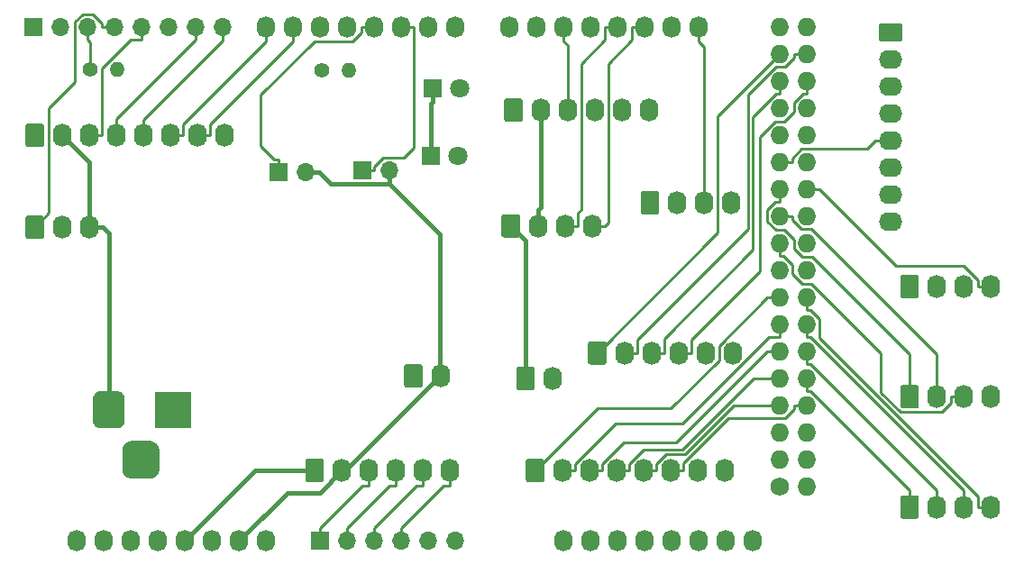
<source format=gbr>
G04 #@! TF.GenerationSoftware,KiCad,Pcbnew,(5.1.5-0-10_14)*
G04 #@! TF.CreationDate,2021-10-24T14:58:30+10:00*
G04 #@! TF.ProjectId,Hornet Forward Output Shield,486f726e-6574-4204-966f-727761726420,rev?*
G04 #@! TF.SameCoordinates,Original*
G04 #@! TF.FileFunction,Copper,L2,Bot*
G04 #@! TF.FilePolarity,Positive*
%FSLAX46Y46*%
G04 Gerber Fmt 4.6, Leading zero omitted, Abs format (unit mm)*
G04 Created by KiCad (PCBNEW (5.1.5-0-10_14)) date 2021-10-24 14:58:30*
%MOMM*%
%LPD*%
G04 APERTURE LIST*
%ADD10O,1.740000X2.200000*%
%ADD11C,0.100000*%
%ADD12R,3.500000X3.500000*%
%ADD13O,1.700000X1.700000*%
%ADD14R,1.700000X1.700000*%
%ADD15O,2.200000X1.740000*%
%ADD16C,1.400000*%
%ADD17O,1.400000X1.400000*%
%ADD18C,1.800000*%
%ADD19R,1.800000X1.800000*%
%ADD20C,1.727200*%
%ADD21O,1.727200X1.727200*%
%ADD22O,1.727200X2.032000*%
%ADD23C,0.450000*%
%ADD24C,0.250000*%
G04 APERTURE END LIST*
D10*
X166370000Y-112522000D03*
X163830000Y-112522000D03*
X161290000Y-112522000D03*
X158750000Y-112522000D03*
X156210000Y-112522000D03*
G04 #@! TA.AperFunction,ComponentPad*
D11*
G36*
X154314505Y-111423204D02*
G01*
X154338773Y-111426804D01*
X154362572Y-111432765D01*
X154385671Y-111441030D01*
X154407850Y-111451520D01*
X154428893Y-111464132D01*
X154448599Y-111478747D01*
X154466777Y-111495223D01*
X154483253Y-111513401D01*
X154497868Y-111533107D01*
X154510480Y-111554150D01*
X154520970Y-111576329D01*
X154529235Y-111599428D01*
X154535196Y-111623227D01*
X154538796Y-111647495D01*
X154540000Y-111671999D01*
X154540000Y-113372001D01*
X154538796Y-113396505D01*
X154535196Y-113420773D01*
X154529235Y-113444572D01*
X154520970Y-113467671D01*
X154510480Y-113489850D01*
X154497868Y-113510893D01*
X154483253Y-113530599D01*
X154466777Y-113548777D01*
X154448599Y-113565253D01*
X154428893Y-113579868D01*
X154407850Y-113592480D01*
X154385671Y-113602970D01*
X154362572Y-113611235D01*
X154338773Y-113617196D01*
X154314505Y-113620796D01*
X154290001Y-113622000D01*
X153049999Y-113622000D01*
X153025495Y-113620796D01*
X153001227Y-113617196D01*
X152977428Y-113611235D01*
X152954329Y-113602970D01*
X152932150Y-113592480D01*
X152911107Y-113579868D01*
X152891401Y-113565253D01*
X152873223Y-113548777D01*
X152856747Y-113530599D01*
X152842132Y-113510893D01*
X152829520Y-113489850D01*
X152819030Y-113467671D01*
X152810765Y-113444572D01*
X152804804Y-113420773D01*
X152801204Y-113396505D01*
X152800000Y-113372001D01*
X152800000Y-111671999D01*
X152801204Y-111647495D01*
X152804804Y-111623227D01*
X152810765Y-111599428D01*
X152819030Y-111576329D01*
X152829520Y-111554150D01*
X152842132Y-111533107D01*
X152856747Y-111513401D01*
X152873223Y-111495223D01*
X152891401Y-111478747D01*
X152911107Y-111464132D01*
X152932150Y-111451520D01*
X152954329Y-111441030D01*
X152977428Y-111432765D01*
X153001227Y-111426804D01*
X153025495Y-111423204D01*
X153049999Y-111422000D01*
X154290001Y-111422000D01*
X154314505Y-111423204D01*
G37*
G04 #@! TD.AperFunction*
D10*
X165481000Y-103632000D03*
G04 #@! TA.AperFunction,ComponentPad*
D11*
G36*
X163585505Y-102533204D02*
G01*
X163609773Y-102536804D01*
X163633572Y-102542765D01*
X163656671Y-102551030D01*
X163678850Y-102561520D01*
X163699893Y-102574132D01*
X163719599Y-102588747D01*
X163737777Y-102605223D01*
X163754253Y-102623401D01*
X163768868Y-102643107D01*
X163781480Y-102664150D01*
X163791970Y-102686329D01*
X163800235Y-102709428D01*
X163806196Y-102733227D01*
X163809796Y-102757495D01*
X163811000Y-102781999D01*
X163811000Y-104482001D01*
X163809796Y-104506505D01*
X163806196Y-104530773D01*
X163800235Y-104554572D01*
X163791970Y-104577671D01*
X163781480Y-104599850D01*
X163768868Y-104620893D01*
X163754253Y-104640599D01*
X163737777Y-104658777D01*
X163719599Y-104675253D01*
X163699893Y-104689868D01*
X163678850Y-104702480D01*
X163656671Y-104712970D01*
X163633572Y-104721235D01*
X163609773Y-104727196D01*
X163585505Y-104730796D01*
X163561001Y-104732000D01*
X162320999Y-104732000D01*
X162296495Y-104730796D01*
X162272227Y-104727196D01*
X162248428Y-104721235D01*
X162225329Y-104712970D01*
X162203150Y-104702480D01*
X162182107Y-104689868D01*
X162162401Y-104675253D01*
X162144223Y-104658777D01*
X162127747Y-104640599D01*
X162113132Y-104620893D01*
X162100520Y-104599850D01*
X162090030Y-104577671D01*
X162081765Y-104554572D01*
X162075804Y-104530773D01*
X162072204Y-104506505D01*
X162071000Y-104482001D01*
X162071000Y-102781999D01*
X162072204Y-102757495D01*
X162075804Y-102733227D01*
X162081765Y-102709428D01*
X162090030Y-102686329D01*
X162100520Y-102664150D01*
X162113132Y-102643107D01*
X162127747Y-102623401D01*
X162144223Y-102605223D01*
X162162401Y-102588747D01*
X162182107Y-102574132D01*
X162203150Y-102561520D01*
X162225329Y-102551030D01*
X162248428Y-102542765D01*
X162272227Y-102536804D01*
X162296495Y-102533204D01*
X162320999Y-102532000D01*
X163561001Y-102532000D01*
X163585505Y-102533204D01*
G37*
G04 #@! TD.AperFunction*
D10*
X145161000Y-81026000D03*
X142621000Y-81026000D03*
X140081000Y-81026000D03*
X137541000Y-81026000D03*
X135001000Y-81026000D03*
X132461000Y-81026000D03*
X129921000Y-81026000D03*
G04 #@! TA.AperFunction,ComponentPad*
D11*
G36*
X128025505Y-79927204D02*
G01*
X128049773Y-79930804D01*
X128073572Y-79936765D01*
X128096671Y-79945030D01*
X128118850Y-79955520D01*
X128139893Y-79968132D01*
X128159599Y-79982747D01*
X128177777Y-79999223D01*
X128194253Y-80017401D01*
X128208868Y-80037107D01*
X128221480Y-80058150D01*
X128231970Y-80080329D01*
X128240235Y-80103428D01*
X128246196Y-80127227D01*
X128249796Y-80151495D01*
X128251000Y-80175999D01*
X128251000Y-81876001D01*
X128249796Y-81900505D01*
X128246196Y-81924773D01*
X128240235Y-81948572D01*
X128231970Y-81971671D01*
X128221480Y-81993850D01*
X128208868Y-82014893D01*
X128194253Y-82034599D01*
X128177777Y-82052777D01*
X128159599Y-82069253D01*
X128139893Y-82083868D01*
X128118850Y-82096480D01*
X128096671Y-82106970D01*
X128073572Y-82115235D01*
X128049773Y-82121196D01*
X128025505Y-82124796D01*
X128001001Y-82126000D01*
X126760999Y-82126000D01*
X126736495Y-82124796D01*
X126712227Y-82121196D01*
X126688428Y-82115235D01*
X126665329Y-82106970D01*
X126643150Y-82096480D01*
X126622107Y-82083868D01*
X126602401Y-82069253D01*
X126584223Y-82052777D01*
X126567747Y-82034599D01*
X126553132Y-82014893D01*
X126540520Y-81993850D01*
X126530030Y-81971671D01*
X126521765Y-81948572D01*
X126515804Y-81924773D01*
X126512204Y-81900505D01*
X126511000Y-81876001D01*
X126511000Y-80175999D01*
X126512204Y-80151495D01*
X126515804Y-80127227D01*
X126521765Y-80103428D01*
X126530030Y-80080329D01*
X126540520Y-80058150D01*
X126553132Y-80037107D01*
X126567747Y-80017401D01*
X126584223Y-79999223D01*
X126602401Y-79982747D01*
X126622107Y-79968132D01*
X126643150Y-79955520D01*
X126665329Y-79945030D01*
X126688428Y-79936765D01*
X126712227Y-79930804D01*
X126736495Y-79927204D01*
X126760999Y-79926000D01*
X128001001Y-79926000D01*
X128025505Y-79927204D01*
G37*
G04 #@! TD.AperFunction*
G04 #@! TA.AperFunction,ComponentPad*
G36*
X138295765Y-109761213D02*
G01*
X138380704Y-109773813D01*
X138463999Y-109794677D01*
X138544848Y-109823605D01*
X138622472Y-109860319D01*
X138696124Y-109904464D01*
X138765094Y-109955616D01*
X138828718Y-110013282D01*
X138886384Y-110076906D01*
X138937536Y-110145876D01*
X138981681Y-110219528D01*
X139018395Y-110297152D01*
X139047323Y-110378001D01*
X139068187Y-110461296D01*
X139080787Y-110546235D01*
X139085000Y-110632000D01*
X139085000Y-112382000D01*
X139080787Y-112467765D01*
X139068187Y-112552704D01*
X139047323Y-112635999D01*
X139018395Y-112716848D01*
X138981681Y-112794472D01*
X138937536Y-112868124D01*
X138886384Y-112937094D01*
X138828718Y-113000718D01*
X138765094Y-113058384D01*
X138696124Y-113109536D01*
X138622472Y-113153681D01*
X138544848Y-113190395D01*
X138463999Y-113219323D01*
X138380704Y-113240187D01*
X138295765Y-113252787D01*
X138210000Y-113257000D01*
X136460000Y-113257000D01*
X136374235Y-113252787D01*
X136289296Y-113240187D01*
X136206001Y-113219323D01*
X136125152Y-113190395D01*
X136047528Y-113153681D01*
X135973876Y-113109536D01*
X135904906Y-113058384D01*
X135841282Y-113000718D01*
X135783616Y-112937094D01*
X135732464Y-112868124D01*
X135688319Y-112794472D01*
X135651605Y-112716848D01*
X135622677Y-112635999D01*
X135601813Y-112552704D01*
X135589213Y-112467765D01*
X135585000Y-112382000D01*
X135585000Y-110632000D01*
X135589213Y-110546235D01*
X135601813Y-110461296D01*
X135622677Y-110378001D01*
X135651605Y-110297152D01*
X135688319Y-110219528D01*
X135732464Y-110145876D01*
X135783616Y-110076906D01*
X135841282Y-110013282D01*
X135904906Y-109955616D01*
X135973876Y-109904464D01*
X136047528Y-109860319D01*
X136125152Y-109823605D01*
X136206001Y-109794677D01*
X136289296Y-109773813D01*
X136374235Y-109761213D01*
X136460000Y-109757000D01*
X138210000Y-109757000D01*
X138295765Y-109761213D01*
G37*
G04 #@! TD.AperFunction*
G04 #@! TA.AperFunction,ComponentPad*
G36*
X135158513Y-105060611D02*
G01*
X135231318Y-105071411D01*
X135302714Y-105089295D01*
X135372013Y-105114090D01*
X135438548Y-105145559D01*
X135501678Y-105183398D01*
X135560795Y-105227242D01*
X135615330Y-105276670D01*
X135664758Y-105331205D01*
X135708602Y-105390322D01*
X135746441Y-105453452D01*
X135777910Y-105519987D01*
X135802705Y-105589286D01*
X135820589Y-105660682D01*
X135831389Y-105733487D01*
X135835000Y-105807000D01*
X135835000Y-107807000D01*
X135831389Y-107880513D01*
X135820589Y-107953318D01*
X135802705Y-108024714D01*
X135777910Y-108094013D01*
X135746441Y-108160548D01*
X135708602Y-108223678D01*
X135664758Y-108282795D01*
X135615330Y-108337330D01*
X135560795Y-108386758D01*
X135501678Y-108430602D01*
X135438548Y-108468441D01*
X135372013Y-108499910D01*
X135302714Y-108524705D01*
X135231318Y-108542589D01*
X135158513Y-108553389D01*
X135085000Y-108557000D01*
X133585000Y-108557000D01*
X133511487Y-108553389D01*
X133438682Y-108542589D01*
X133367286Y-108524705D01*
X133297987Y-108499910D01*
X133231452Y-108468441D01*
X133168322Y-108430602D01*
X133109205Y-108386758D01*
X133054670Y-108337330D01*
X133005242Y-108282795D01*
X132961398Y-108223678D01*
X132923559Y-108160548D01*
X132892090Y-108094013D01*
X132867295Y-108024714D01*
X132849411Y-107953318D01*
X132838611Y-107880513D01*
X132835000Y-107807000D01*
X132835000Y-105807000D01*
X132838611Y-105733487D01*
X132849411Y-105660682D01*
X132867295Y-105589286D01*
X132892090Y-105519987D01*
X132923559Y-105453452D01*
X132961398Y-105390322D01*
X133005242Y-105331205D01*
X133054670Y-105276670D01*
X133109205Y-105227242D01*
X133168322Y-105183398D01*
X133231452Y-105145559D01*
X133297987Y-105114090D01*
X133367286Y-105089295D01*
X133438682Y-105071411D01*
X133511487Y-105060611D01*
X133585000Y-105057000D01*
X135085000Y-105057000D01*
X135158513Y-105060611D01*
G37*
G04 #@! TD.AperFunction*
D12*
X140335000Y-106807000D03*
D13*
X152781000Y-84455000D03*
D14*
X150241000Y-84455000D03*
D13*
X160655000Y-84328000D03*
D14*
X158115000Y-84328000D03*
D10*
X179705000Y-89535000D03*
X177165000Y-89535000D03*
X174625000Y-89535000D03*
G04 #@! TA.AperFunction,ComponentPad*
D11*
G36*
X172729505Y-88436204D02*
G01*
X172753773Y-88439804D01*
X172777572Y-88445765D01*
X172800671Y-88454030D01*
X172822850Y-88464520D01*
X172843893Y-88477132D01*
X172863599Y-88491747D01*
X172881777Y-88508223D01*
X172898253Y-88526401D01*
X172912868Y-88546107D01*
X172925480Y-88567150D01*
X172935970Y-88589329D01*
X172944235Y-88612428D01*
X172950196Y-88636227D01*
X172953796Y-88660495D01*
X172955000Y-88684999D01*
X172955000Y-90385001D01*
X172953796Y-90409505D01*
X172950196Y-90433773D01*
X172944235Y-90457572D01*
X172935970Y-90480671D01*
X172925480Y-90502850D01*
X172912868Y-90523893D01*
X172898253Y-90543599D01*
X172881777Y-90561777D01*
X172863599Y-90578253D01*
X172843893Y-90592868D01*
X172822850Y-90605480D01*
X172800671Y-90615970D01*
X172777572Y-90624235D01*
X172753773Y-90630196D01*
X172729505Y-90633796D01*
X172705001Y-90635000D01*
X171464999Y-90635000D01*
X171440495Y-90633796D01*
X171416227Y-90630196D01*
X171392428Y-90624235D01*
X171369329Y-90615970D01*
X171347150Y-90605480D01*
X171326107Y-90592868D01*
X171306401Y-90578253D01*
X171288223Y-90561777D01*
X171271747Y-90543599D01*
X171257132Y-90523893D01*
X171244520Y-90502850D01*
X171234030Y-90480671D01*
X171225765Y-90457572D01*
X171219804Y-90433773D01*
X171216204Y-90409505D01*
X171215000Y-90385001D01*
X171215000Y-88684999D01*
X171216204Y-88660495D01*
X171219804Y-88636227D01*
X171225765Y-88612428D01*
X171234030Y-88589329D01*
X171244520Y-88567150D01*
X171257132Y-88546107D01*
X171271747Y-88526401D01*
X171288223Y-88508223D01*
X171306401Y-88491747D01*
X171326107Y-88477132D01*
X171347150Y-88464520D01*
X171369329Y-88454030D01*
X171392428Y-88445765D01*
X171416227Y-88439804D01*
X171440495Y-88436204D01*
X171464999Y-88435000D01*
X172705001Y-88435000D01*
X172729505Y-88436204D01*
G37*
G04 #@! TD.AperFunction*
D10*
X192786000Y-87376000D03*
X190246000Y-87376000D03*
X187706000Y-87376000D03*
G04 #@! TA.AperFunction,ComponentPad*
D11*
G36*
X185810505Y-86277204D02*
G01*
X185834773Y-86280804D01*
X185858572Y-86286765D01*
X185881671Y-86295030D01*
X185903850Y-86305520D01*
X185924893Y-86318132D01*
X185944599Y-86332747D01*
X185962777Y-86349223D01*
X185979253Y-86367401D01*
X185993868Y-86387107D01*
X186006480Y-86408150D01*
X186016970Y-86430329D01*
X186025235Y-86453428D01*
X186031196Y-86477227D01*
X186034796Y-86501495D01*
X186036000Y-86525999D01*
X186036000Y-88226001D01*
X186034796Y-88250505D01*
X186031196Y-88274773D01*
X186025235Y-88298572D01*
X186016970Y-88321671D01*
X186006480Y-88343850D01*
X185993868Y-88364893D01*
X185979253Y-88384599D01*
X185962777Y-88402777D01*
X185944599Y-88419253D01*
X185924893Y-88433868D01*
X185903850Y-88446480D01*
X185881671Y-88456970D01*
X185858572Y-88465235D01*
X185834773Y-88471196D01*
X185810505Y-88474796D01*
X185786001Y-88476000D01*
X184545999Y-88476000D01*
X184521495Y-88474796D01*
X184497227Y-88471196D01*
X184473428Y-88465235D01*
X184450329Y-88456970D01*
X184428150Y-88446480D01*
X184407107Y-88433868D01*
X184387401Y-88419253D01*
X184369223Y-88402777D01*
X184352747Y-88384599D01*
X184338132Y-88364893D01*
X184325520Y-88343850D01*
X184315030Y-88321671D01*
X184306765Y-88298572D01*
X184300804Y-88274773D01*
X184297204Y-88250505D01*
X184296000Y-88226001D01*
X184296000Y-86525999D01*
X184297204Y-86501495D01*
X184300804Y-86477227D01*
X184306765Y-86453428D01*
X184315030Y-86430329D01*
X184325520Y-86408150D01*
X184338132Y-86387107D01*
X184352747Y-86367401D01*
X184369223Y-86349223D01*
X184387401Y-86332747D01*
X184407107Y-86318132D01*
X184428150Y-86305520D01*
X184450329Y-86295030D01*
X184473428Y-86286765D01*
X184497227Y-86280804D01*
X184521495Y-86277204D01*
X184545999Y-86276000D01*
X185786001Y-86276000D01*
X185810505Y-86277204D01*
G37*
G04 #@! TD.AperFunction*
D10*
X192151000Y-112522000D03*
X189611000Y-112522000D03*
X187071000Y-112522000D03*
X184531000Y-112522000D03*
X181991000Y-112522000D03*
X179451000Y-112522000D03*
X176911000Y-112522000D03*
G04 #@! TA.AperFunction,ComponentPad*
D11*
G36*
X175015505Y-111423204D02*
G01*
X175039773Y-111426804D01*
X175063572Y-111432765D01*
X175086671Y-111441030D01*
X175108850Y-111451520D01*
X175129893Y-111464132D01*
X175149599Y-111478747D01*
X175167777Y-111495223D01*
X175184253Y-111513401D01*
X175198868Y-111533107D01*
X175211480Y-111554150D01*
X175221970Y-111576329D01*
X175230235Y-111599428D01*
X175236196Y-111623227D01*
X175239796Y-111647495D01*
X175241000Y-111671999D01*
X175241000Y-113372001D01*
X175239796Y-113396505D01*
X175236196Y-113420773D01*
X175230235Y-113444572D01*
X175221970Y-113467671D01*
X175211480Y-113489850D01*
X175198868Y-113510893D01*
X175184253Y-113530599D01*
X175167777Y-113548777D01*
X175149599Y-113565253D01*
X175129893Y-113579868D01*
X175108850Y-113592480D01*
X175086671Y-113602970D01*
X175063572Y-113611235D01*
X175039773Y-113617196D01*
X175015505Y-113620796D01*
X174991001Y-113622000D01*
X173750999Y-113622000D01*
X173726495Y-113620796D01*
X173702227Y-113617196D01*
X173678428Y-113611235D01*
X173655329Y-113602970D01*
X173633150Y-113592480D01*
X173612107Y-113579868D01*
X173592401Y-113565253D01*
X173574223Y-113548777D01*
X173557747Y-113530599D01*
X173543132Y-113510893D01*
X173530520Y-113489850D01*
X173520030Y-113467671D01*
X173511765Y-113444572D01*
X173505804Y-113420773D01*
X173502204Y-113396505D01*
X173501000Y-113372001D01*
X173501000Y-111671999D01*
X173502204Y-111647495D01*
X173505804Y-111623227D01*
X173511765Y-111599428D01*
X173520030Y-111576329D01*
X173530520Y-111554150D01*
X173543132Y-111533107D01*
X173557747Y-111513401D01*
X173574223Y-111495223D01*
X173592401Y-111478747D01*
X173612107Y-111464132D01*
X173633150Y-111451520D01*
X173655329Y-111441030D01*
X173678428Y-111432765D01*
X173702227Y-111426804D01*
X173726495Y-111423204D01*
X173750999Y-111422000D01*
X174991001Y-111422000D01*
X175015505Y-111423204D01*
G37*
G04 #@! TD.AperFunction*
D10*
X217170000Y-105600000D03*
X214630000Y-105600000D03*
X212090000Y-105600000D03*
G04 #@! TA.AperFunction,ComponentPad*
D11*
G36*
X210194505Y-104501204D02*
G01*
X210218773Y-104504804D01*
X210242572Y-104510765D01*
X210265671Y-104519030D01*
X210287850Y-104529520D01*
X210308893Y-104542132D01*
X210328599Y-104556747D01*
X210346777Y-104573223D01*
X210363253Y-104591401D01*
X210377868Y-104611107D01*
X210390480Y-104632150D01*
X210400970Y-104654329D01*
X210409235Y-104677428D01*
X210415196Y-104701227D01*
X210418796Y-104725495D01*
X210420000Y-104749999D01*
X210420000Y-106450001D01*
X210418796Y-106474505D01*
X210415196Y-106498773D01*
X210409235Y-106522572D01*
X210400970Y-106545671D01*
X210390480Y-106567850D01*
X210377868Y-106588893D01*
X210363253Y-106608599D01*
X210346777Y-106626777D01*
X210328599Y-106643253D01*
X210308893Y-106657868D01*
X210287850Y-106670480D01*
X210265671Y-106680970D01*
X210242572Y-106689235D01*
X210218773Y-106695196D01*
X210194505Y-106698796D01*
X210170001Y-106700000D01*
X208929999Y-106700000D01*
X208905495Y-106698796D01*
X208881227Y-106695196D01*
X208857428Y-106689235D01*
X208834329Y-106680970D01*
X208812150Y-106670480D01*
X208791107Y-106657868D01*
X208771401Y-106643253D01*
X208753223Y-106626777D01*
X208736747Y-106608599D01*
X208722132Y-106588893D01*
X208709520Y-106567850D01*
X208699030Y-106545671D01*
X208690765Y-106522572D01*
X208684804Y-106498773D01*
X208681204Y-106474505D01*
X208680000Y-106450001D01*
X208680000Y-104749999D01*
X208681204Y-104725495D01*
X208684804Y-104701227D01*
X208690765Y-104677428D01*
X208699030Y-104654329D01*
X208709520Y-104632150D01*
X208722132Y-104611107D01*
X208736747Y-104591401D01*
X208753223Y-104573223D01*
X208771401Y-104556747D01*
X208791107Y-104542132D01*
X208812150Y-104529520D01*
X208834329Y-104519030D01*
X208857428Y-104510765D01*
X208881227Y-104504804D01*
X208905495Y-104501204D01*
X208929999Y-104500000D01*
X210170001Y-104500000D01*
X210194505Y-104501204D01*
G37*
G04 #@! TD.AperFunction*
D10*
X217170000Y-115951000D03*
X214630000Y-115951000D03*
X212090000Y-115951000D03*
G04 #@! TA.AperFunction,ComponentPad*
D11*
G36*
X210194505Y-114852204D02*
G01*
X210218773Y-114855804D01*
X210242572Y-114861765D01*
X210265671Y-114870030D01*
X210287850Y-114880520D01*
X210308893Y-114893132D01*
X210328599Y-114907747D01*
X210346777Y-114924223D01*
X210363253Y-114942401D01*
X210377868Y-114962107D01*
X210390480Y-114983150D01*
X210400970Y-115005329D01*
X210409235Y-115028428D01*
X210415196Y-115052227D01*
X210418796Y-115076495D01*
X210420000Y-115100999D01*
X210420000Y-116801001D01*
X210418796Y-116825505D01*
X210415196Y-116849773D01*
X210409235Y-116873572D01*
X210400970Y-116896671D01*
X210390480Y-116918850D01*
X210377868Y-116939893D01*
X210363253Y-116959599D01*
X210346777Y-116977777D01*
X210328599Y-116994253D01*
X210308893Y-117008868D01*
X210287850Y-117021480D01*
X210265671Y-117031970D01*
X210242572Y-117040235D01*
X210218773Y-117046196D01*
X210194505Y-117049796D01*
X210170001Y-117051000D01*
X208929999Y-117051000D01*
X208905495Y-117049796D01*
X208881227Y-117046196D01*
X208857428Y-117040235D01*
X208834329Y-117031970D01*
X208812150Y-117021480D01*
X208791107Y-117008868D01*
X208771401Y-116994253D01*
X208753223Y-116977777D01*
X208736747Y-116959599D01*
X208722132Y-116939893D01*
X208709520Y-116918850D01*
X208699030Y-116896671D01*
X208690765Y-116873572D01*
X208684804Y-116849773D01*
X208681204Y-116825505D01*
X208680000Y-116801001D01*
X208680000Y-115100999D01*
X208681204Y-115076495D01*
X208684804Y-115052227D01*
X208690765Y-115028428D01*
X208699030Y-115005329D01*
X208709520Y-114983150D01*
X208722132Y-114962107D01*
X208736747Y-114942401D01*
X208753223Y-114924223D01*
X208771401Y-114907747D01*
X208791107Y-114893132D01*
X208812150Y-114880520D01*
X208834329Y-114870030D01*
X208857428Y-114861765D01*
X208881227Y-114855804D01*
X208905495Y-114852204D01*
X208929999Y-114851000D01*
X210170001Y-114851000D01*
X210194505Y-114852204D01*
G37*
G04 #@! TD.AperFunction*
D15*
X207772000Y-89154000D03*
X207772000Y-86614000D03*
X207772000Y-84074000D03*
X207772000Y-81534000D03*
X207772000Y-78994000D03*
X207772000Y-76454000D03*
X207772000Y-73914000D03*
G04 #@! TA.AperFunction,ComponentPad*
D11*
G36*
X208646505Y-70505204D02*
G01*
X208670773Y-70508804D01*
X208694572Y-70514765D01*
X208717671Y-70523030D01*
X208739850Y-70533520D01*
X208760893Y-70546132D01*
X208780599Y-70560747D01*
X208798777Y-70577223D01*
X208815253Y-70595401D01*
X208829868Y-70615107D01*
X208842480Y-70636150D01*
X208852970Y-70658329D01*
X208861235Y-70681428D01*
X208867196Y-70705227D01*
X208870796Y-70729495D01*
X208872000Y-70753999D01*
X208872000Y-71994001D01*
X208870796Y-72018505D01*
X208867196Y-72042773D01*
X208861235Y-72066572D01*
X208852970Y-72089671D01*
X208842480Y-72111850D01*
X208829868Y-72132893D01*
X208815253Y-72152599D01*
X208798777Y-72170777D01*
X208780599Y-72187253D01*
X208760893Y-72201868D01*
X208739850Y-72214480D01*
X208717671Y-72224970D01*
X208694572Y-72233235D01*
X208670773Y-72239196D01*
X208646505Y-72242796D01*
X208622001Y-72244000D01*
X206921999Y-72244000D01*
X206897495Y-72242796D01*
X206873227Y-72239196D01*
X206849428Y-72233235D01*
X206826329Y-72224970D01*
X206804150Y-72214480D01*
X206783107Y-72201868D01*
X206763401Y-72187253D01*
X206745223Y-72170777D01*
X206728747Y-72152599D01*
X206714132Y-72132893D01*
X206701520Y-72111850D01*
X206691030Y-72089671D01*
X206682765Y-72066572D01*
X206676804Y-72042773D01*
X206673204Y-72018505D01*
X206672000Y-71994001D01*
X206672000Y-70753999D01*
X206673204Y-70729495D01*
X206676804Y-70705227D01*
X206682765Y-70681428D01*
X206691030Y-70658329D01*
X206701520Y-70636150D01*
X206714132Y-70615107D01*
X206728747Y-70595401D01*
X206745223Y-70577223D01*
X206763401Y-70560747D01*
X206783107Y-70546132D01*
X206804150Y-70533520D01*
X206826329Y-70523030D01*
X206849428Y-70514765D01*
X206873227Y-70508804D01*
X206897495Y-70505204D01*
X206921999Y-70504000D01*
X208622001Y-70504000D01*
X208646505Y-70505204D01*
G37*
G04 #@! TD.AperFunction*
D10*
X217170000Y-95250000D03*
X214630000Y-95250000D03*
X212090000Y-95250000D03*
G04 #@! TA.AperFunction,ComponentPad*
D11*
G36*
X210194505Y-94151204D02*
G01*
X210218773Y-94154804D01*
X210242572Y-94160765D01*
X210265671Y-94169030D01*
X210287850Y-94179520D01*
X210308893Y-94192132D01*
X210328599Y-94206747D01*
X210346777Y-94223223D01*
X210363253Y-94241401D01*
X210377868Y-94261107D01*
X210390480Y-94282150D01*
X210400970Y-94304329D01*
X210409235Y-94327428D01*
X210415196Y-94351227D01*
X210418796Y-94375495D01*
X210420000Y-94399999D01*
X210420000Y-96100001D01*
X210418796Y-96124505D01*
X210415196Y-96148773D01*
X210409235Y-96172572D01*
X210400970Y-96195671D01*
X210390480Y-96217850D01*
X210377868Y-96238893D01*
X210363253Y-96258599D01*
X210346777Y-96276777D01*
X210328599Y-96293253D01*
X210308893Y-96307868D01*
X210287850Y-96320480D01*
X210265671Y-96330970D01*
X210242572Y-96339235D01*
X210218773Y-96345196D01*
X210194505Y-96348796D01*
X210170001Y-96350000D01*
X208929999Y-96350000D01*
X208905495Y-96348796D01*
X208881227Y-96345196D01*
X208857428Y-96339235D01*
X208834329Y-96330970D01*
X208812150Y-96320480D01*
X208791107Y-96307868D01*
X208771401Y-96293253D01*
X208753223Y-96276777D01*
X208736747Y-96258599D01*
X208722132Y-96238893D01*
X208709520Y-96217850D01*
X208699030Y-96195671D01*
X208690765Y-96172572D01*
X208684804Y-96148773D01*
X208681204Y-96124505D01*
X208680000Y-96100001D01*
X208680000Y-94399999D01*
X208681204Y-94375495D01*
X208684804Y-94351227D01*
X208690765Y-94327428D01*
X208699030Y-94304329D01*
X208709520Y-94282150D01*
X208722132Y-94261107D01*
X208736747Y-94241401D01*
X208753223Y-94223223D01*
X208771401Y-94206747D01*
X208791107Y-94192132D01*
X208812150Y-94179520D01*
X208834329Y-94169030D01*
X208857428Y-94160765D01*
X208881227Y-94154804D01*
X208905495Y-94151204D01*
X208929999Y-94150000D01*
X210170001Y-94150000D01*
X210194505Y-94151204D01*
G37*
G04 #@! TD.AperFunction*
D10*
X192913000Y-101473000D03*
X190373000Y-101473000D03*
X187833000Y-101473000D03*
X185293000Y-101473000D03*
X182753000Y-101473000D03*
G04 #@! TA.AperFunction,ComponentPad*
D11*
G36*
X180857505Y-100374204D02*
G01*
X180881773Y-100377804D01*
X180905572Y-100383765D01*
X180928671Y-100392030D01*
X180950850Y-100402520D01*
X180971893Y-100415132D01*
X180991599Y-100429747D01*
X181009777Y-100446223D01*
X181026253Y-100464401D01*
X181040868Y-100484107D01*
X181053480Y-100505150D01*
X181063970Y-100527329D01*
X181072235Y-100550428D01*
X181078196Y-100574227D01*
X181081796Y-100598495D01*
X181083000Y-100622999D01*
X181083000Y-102323001D01*
X181081796Y-102347505D01*
X181078196Y-102371773D01*
X181072235Y-102395572D01*
X181063970Y-102418671D01*
X181053480Y-102440850D01*
X181040868Y-102461893D01*
X181026253Y-102481599D01*
X181009777Y-102499777D01*
X180991599Y-102516253D01*
X180971893Y-102530868D01*
X180950850Y-102543480D01*
X180928671Y-102553970D01*
X180905572Y-102562235D01*
X180881773Y-102568196D01*
X180857505Y-102571796D01*
X180833001Y-102573000D01*
X179592999Y-102573000D01*
X179568495Y-102571796D01*
X179544227Y-102568196D01*
X179520428Y-102562235D01*
X179497329Y-102553970D01*
X179475150Y-102543480D01*
X179454107Y-102530868D01*
X179434401Y-102516253D01*
X179416223Y-102499777D01*
X179399747Y-102481599D01*
X179385132Y-102461893D01*
X179372520Y-102440850D01*
X179362030Y-102418671D01*
X179353765Y-102395572D01*
X179347804Y-102371773D01*
X179344204Y-102347505D01*
X179343000Y-102323001D01*
X179343000Y-100622999D01*
X179344204Y-100598495D01*
X179347804Y-100574227D01*
X179353765Y-100550428D01*
X179362030Y-100527329D01*
X179372520Y-100505150D01*
X179385132Y-100484107D01*
X179399747Y-100464401D01*
X179416223Y-100446223D01*
X179434401Y-100429747D01*
X179454107Y-100415132D01*
X179475150Y-100402520D01*
X179497329Y-100392030D01*
X179520428Y-100383765D01*
X179544227Y-100377804D01*
X179568495Y-100374204D01*
X179592999Y-100373000D01*
X180833001Y-100373000D01*
X180857505Y-100374204D01*
G37*
G04 #@! TD.AperFunction*
D10*
X132461000Y-89662000D03*
X129921000Y-89662000D03*
G04 #@! TA.AperFunction,ComponentPad*
D11*
G36*
X128025505Y-88563204D02*
G01*
X128049773Y-88566804D01*
X128073572Y-88572765D01*
X128096671Y-88581030D01*
X128118850Y-88591520D01*
X128139893Y-88604132D01*
X128159599Y-88618747D01*
X128177777Y-88635223D01*
X128194253Y-88653401D01*
X128208868Y-88673107D01*
X128221480Y-88694150D01*
X128231970Y-88716329D01*
X128240235Y-88739428D01*
X128246196Y-88763227D01*
X128249796Y-88787495D01*
X128251000Y-88811999D01*
X128251000Y-90512001D01*
X128249796Y-90536505D01*
X128246196Y-90560773D01*
X128240235Y-90584572D01*
X128231970Y-90607671D01*
X128221480Y-90629850D01*
X128208868Y-90650893D01*
X128194253Y-90670599D01*
X128177777Y-90688777D01*
X128159599Y-90705253D01*
X128139893Y-90719868D01*
X128118850Y-90732480D01*
X128096671Y-90742970D01*
X128073572Y-90751235D01*
X128049773Y-90757196D01*
X128025505Y-90760796D01*
X128001001Y-90762000D01*
X126760999Y-90762000D01*
X126736495Y-90760796D01*
X126712227Y-90757196D01*
X126688428Y-90751235D01*
X126665329Y-90742970D01*
X126643150Y-90732480D01*
X126622107Y-90719868D01*
X126602401Y-90705253D01*
X126584223Y-90688777D01*
X126567747Y-90670599D01*
X126553132Y-90650893D01*
X126540520Y-90629850D01*
X126530030Y-90607671D01*
X126521765Y-90584572D01*
X126515804Y-90560773D01*
X126512204Y-90536505D01*
X126511000Y-90512001D01*
X126511000Y-88811999D01*
X126512204Y-88787495D01*
X126515804Y-88763227D01*
X126521765Y-88739428D01*
X126530030Y-88716329D01*
X126540520Y-88694150D01*
X126553132Y-88673107D01*
X126567747Y-88653401D01*
X126584223Y-88635223D01*
X126602401Y-88618747D01*
X126622107Y-88604132D01*
X126643150Y-88591520D01*
X126665329Y-88581030D01*
X126688428Y-88572765D01*
X126712227Y-88566804D01*
X126736495Y-88563204D01*
X126760999Y-88562000D01*
X128001001Y-88562000D01*
X128025505Y-88563204D01*
G37*
G04 #@! TD.AperFunction*
D16*
X154305000Y-74930000D03*
D17*
X156845000Y-74930000D03*
D16*
X132588000Y-74803000D03*
D17*
X135128000Y-74803000D03*
D10*
X185039000Y-78676500D03*
X182499000Y-78676500D03*
X179959000Y-78676500D03*
X177419000Y-78676500D03*
X174879000Y-78676500D03*
G04 #@! TA.AperFunction,ComponentPad*
D11*
G36*
X172983505Y-77577704D02*
G01*
X173007773Y-77581304D01*
X173031572Y-77587265D01*
X173054671Y-77595530D01*
X173076850Y-77606020D01*
X173097893Y-77618632D01*
X173117599Y-77633247D01*
X173135777Y-77649723D01*
X173152253Y-77667901D01*
X173166868Y-77687607D01*
X173179480Y-77708650D01*
X173189970Y-77730829D01*
X173198235Y-77753928D01*
X173204196Y-77777727D01*
X173207796Y-77801995D01*
X173209000Y-77826499D01*
X173209000Y-79526501D01*
X173207796Y-79551005D01*
X173204196Y-79575273D01*
X173198235Y-79599072D01*
X173189970Y-79622171D01*
X173179480Y-79644350D01*
X173166868Y-79665393D01*
X173152253Y-79685099D01*
X173135777Y-79703277D01*
X173117599Y-79719753D01*
X173097893Y-79734368D01*
X173076850Y-79746980D01*
X173054671Y-79757470D01*
X173031572Y-79765735D01*
X173007773Y-79771696D01*
X172983505Y-79775296D01*
X172959001Y-79776500D01*
X171718999Y-79776500D01*
X171694495Y-79775296D01*
X171670227Y-79771696D01*
X171646428Y-79765735D01*
X171623329Y-79757470D01*
X171601150Y-79746980D01*
X171580107Y-79734368D01*
X171560401Y-79719753D01*
X171542223Y-79703277D01*
X171525747Y-79685099D01*
X171511132Y-79665393D01*
X171498520Y-79644350D01*
X171488030Y-79622171D01*
X171479765Y-79599072D01*
X171473804Y-79575273D01*
X171470204Y-79551005D01*
X171469000Y-79526501D01*
X171469000Y-77826499D01*
X171470204Y-77801995D01*
X171473804Y-77777727D01*
X171479765Y-77753928D01*
X171488030Y-77730829D01*
X171498520Y-77708650D01*
X171511132Y-77687607D01*
X171525747Y-77667901D01*
X171542223Y-77649723D01*
X171560401Y-77633247D01*
X171580107Y-77618632D01*
X171601150Y-77606020D01*
X171623329Y-77595530D01*
X171646428Y-77587265D01*
X171670227Y-77581304D01*
X171694495Y-77577704D01*
X171718999Y-77576500D01*
X172959001Y-77576500D01*
X172983505Y-77577704D01*
G37*
G04 #@! TD.AperFunction*
D10*
X176022000Y-103886000D03*
G04 #@! TA.AperFunction,ComponentPad*
D11*
G36*
X174126505Y-102787204D02*
G01*
X174150773Y-102790804D01*
X174174572Y-102796765D01*
X174197671Y-102805030D01*
X174219850Y-102815520D01*
X174240893Y-102828132D01*
X174260599Y-102842747D01*
X174278777Y-102859223D01*
X174295253Y-102877401D01*
X174309868Y-102897107D01*
X174322480Y-102918150D01*
X174332970Y-102940329D01*
X174341235Y-102963428D01*
X174347196Y-102987227D01*
X174350796Y-103011495D01*
X174352000Y-103035999D01*
X174352000Y-104736001D01*
X174350796Y-104760505D01*
X174347196Y-104784773D01*
X174341235Y-104808572D01*
X174332970Y-104831671D01*
X174322480Y-104853850D01*
X174309868Y-104874893D01*
X174295253Y-104894599D01*
X174278777Y-104912777D01*
X174260599Y-104929253D01*
X174240893Y-104943868D01*
X174219850Y-104956480D01*
X174197671Y-104966970D01*
X174174572Y-104975235D01*
X174150773Y-104981196D01*
X174126505Y-104984796D01*
X174102001Y-104986000D01*
X172861999Y-104986000D01*
X172837495Y-104984796D01*
X172813227Y-104981196D01*
X172789428Y-104975235D01*
X172766329Y-104966970D01*
X172744150Y-104956480D01*
X172723107Y-104943868D01*
X172703401Y-104929253D01*
X172685223Y-104912777D01*
X172668747Y-104894599D01*
X172654132Y-104874893D01*
X172641520Y-104853850D01*
X172631030Y-104831671D01*
X172622765Y-104808572D01*
X172616804Y-104784773D01*
X172613204Y-104760505D01*
X172612000Y-104736001D01*
X172612000Y-103035999D01*
X172613204Y-103011495D01*
X172616804Y-102987227D01*
X172622765Y-102963428D01*
X172631030Y-102940329D01*
X172641520Y-102918150D01*
X172654132Y-102897107D01*
X172668747Y-102877401D01*
X172685223Y-102859223D01*
X172703401Y-102842747D01*
X172723107Y-102828132D01*
X172744150Y-102815520D01*
X172766329Y-102805030D01*
X172789428Y-102796765D01*
X172813227Y-102790804D01*
X172837495Y-102787204D01*
X172861999Y-102786000D01*
X174102001Y-102786000D01*
X174126505Y-102787204D01*
G37*
G04 #@! TD.AperFunction*
D18*
X167132000Y-82931000D03*
D19*
X164592000Y-82931000D03*
D18*
X167259000Y-76581000D03*
D19*
X164719000Y-76581000D03*
D13*
X145034000Y-70866000D03*
X142494000Y-70866000D03*
X139954000Y-70866000D03*
X137414000Y-70866000D03*
X134874000Y-70866000D03*
X132334000Y-70866000D03*
X129794000Y-70866000D03*
D14*
X127254000Y-70866000D03*
D13*
X166878000Y-119126000D03*
X164338000Y-119126000D03*
X161798000Y-119126000D03*
X159258000Y-119126000D03*
X156718000Y-119126000D03*
D14*
X154178000Y-119126000D03*
D20*
X197358000Y-114046000D03*
D21*
X199898000Y-114046000D03*
X197358000Y-111506000D03*
X199898000Y-111506000D03*
X197358000Y-108966000D03*
X199898000Y-108966000D03*
X197358000Y-106426000D03*
X199898000Y-106426000D03*
X197358000Y-103886000D03*
X199898000Y-103886000D03*
X197358000Y-101346000D03*
X199898000Y-101346000D03*
X197358000Y-98806000D03*
X199898000Y-98806000D03*
X197358000Y-96266000D03*
X199898000Y-96266000D03*
X197358000Y-93726000D03*
X199898000Y-93726000D03*
X197358000Y-91186000D03*
X199898000Y-91186000D03*
X197358000Y-88646000D03*
X199898000Y-88646000D03*
X197358000Y-86106000D03*
X199898000Y-86106000D03*
X197358000Y-83566000D03*
X199898000Y-83566000D03*
X197358000Y-81026000D03*
X199898000Y-81026000D03*
X197358000Y-78486000D03*
X199898000Y-78486000D03*
X197358000Y-75946000D03*
X199898000Y-75946000D03*
X197358000Y-73406000D03*
X199898000Y-73406000D03*
X197358000Y-70866000D03*
X199898000Y-70866000D03*
D22*
X131318000Y-119126000D03*
X133858000Y-119126000D03*
X136398000Y-119126000D03*
X138938000Y-119126000D03*
X141478000Y-119126000D03*
X144018000Y-119126000D03*
X146558000Y-119126000D03*
X149098000Y-119126000D03*
X177038000Y-119126000D03*
X179578000Y-119126000D03*
X182118000Y-119126000D03*
X184658000Y-119126000D03*
X187198000Y-119126000D03*
X189738000Y-119126000D03*
X192278000Y-119126000D03*
X194818000Y-119126000D03*
X149098000Y-70866000D03*
X151638000Y-70866000D03*
X154178000Y-70866000D03*
X156718000Y-70866000D03*
X159258000Y-70866000D03*
X161798000Y-70866000D03*
X164338000Y-70866000D03*
X166878000Y-70866000D03*
X171958000Y-70866000D03*
X174498000Y-70866000D03*
X177038000Y-70866000D03*
X179578000Y-70866000D03*
X182118000Y-70866000D03*
X184658000Y-70866000D03*
X187198000Y-70866000D03*
X189738000Y-70866000D03*
D23*
X174625000Y-89535000D02*
X174625000Y-88009700D01*
X174625000Y-88009700D02*
X174879000Y-87755700D01*
X174879000Y-87755700D02*
X174879000Y-78676500D01*
D24*
X199898000Y-103886000D02*
X199898000Y-105074900D01*
X199898000Y-105074900D02*
X200269500Y-105074900D01*
X200269500Y-105074900D02*
X209550000Y-114355400D01*
X209550000Y-114355400D02*
X209550000Y-115951000D01*
X199898000Y-101346000D02*
X199898000Y-102534900D01*
X199898000Y-102534900D02*
X200237500Y-102534900D01*
X200237500Y-102534900D02*
X212090000Y-114387400D01*
X212090000Y-114387400D02*
X212090000Y-115951000D01*
X199898000Y-98806000D02*
X199898000Y-99994900D01*
X199898000Y-99994900D02*
X200264200Y-99994900D01*
X200264200Y-99994900D02*
X214630000Y-114360700D01*
X214630000Y-114360700D02*
X214630000Y-115951000D01*
X217170000Y-115951000D02*
X215974700Y-115951000D01*
X199898000Y-96266000D02*
X199898000Y-97454900D01*
X199898000Y-97454900D02*
X200269600Y-97454900D01*
X200269600Y-97454900D02*
X201086900Y-98272200D01*
X201086900Y-98272200D02*
X201086900Y-100095500D01*
X201086900Y-100095500D02*
X215974700Y-114983300D01*
X215974700Y-114983300D02*
X215974700Y-115951000D01*
X217170000Y-95250000D02*
X215974700Y-95250000D01*
X199898000Y-86106000D02*
X201086900Y-86106000D01*
X201086900Y-86106000D02*
X208310100Y-93329200D01*
X208310100Y-93329200D02*
X214651500Y-93329200D01*
X214651500Y-93329200D02*
X215974700Y-94652400D01*
X215974700Y-94652400D02*
X215974700Y-95250000D01*
X207772000Y-81534000D02*
X206346700Y-81534000D01*
X197358000Y-83566000D02*
X198546900Y-83566000D01*
X198546900Y-83566000D02*
X198546900Y-83194400D01*
X198546900Y-83194400D02*
X199415800Y-82325500D01*
X199415800Y-82325500D02*
X205555200Y-82325500D01*
X205555200Y-82325500D02*
X206346700Y-81534000D01*
X197358000Y-77134900D02*
X196986500Y-77134900D01*
X196986500Y-77134900D02*
X194818100Y-79303300D01*
X194818100Y-79303300D02*
X194818100Y-91794300D01*
X194818100Y-91794300D02*
X186488300Y-100124100D01*
X186488300Y-100124100D02*
X186488300Y-101473000D01*
X185293000Y-101473000D02*
X186488300Y-101473000D01*
X197358000Y-75946000D02*
X197358000Y-77134900D01*
X187833000Y-101473000D02*
X189028300Y-101473000D01*
X199898000Y-75946000D02*
X199898000Y-77134900D01*
X199898000Y-77134900D02*
X199526400Y-77134900D01*
X199526400Y-77134900D02*
X198709100Y-77952200D01*
X198709100Y-77952200D02*
X198709100Y-78838200D01*
X198709100Y-78838200D02*
X197791300Y-79756000D01*
X197791300Y-79756000D02*
X196918200Y-79756000D01*
X196918200Y-79756000D02*
X195493500Y-81180700D01*
X195493500Y-81180700D02*
X195493500Y-93812500D01*
X195493500Y-93812500D02*
X189028300Y-100277700D01*
X189028300Y-100277700D02*
X189028300Y-101473000D01*
X197358000Y-73406000D02*
X191516000Y-79248000D01*
X191516000Y-79248000D02*
X191516000Y-90170000D01*
X191516000Y-90170000D02*
X180213000Y-101473000D01*
X198709100Y-73406000D02*
X198709100Y-73777600D01*
X198709100Y-73777600D02*
X197891800Y-74594900D01*
X197891800Y-74594900D02*
X197018500Y-74594900D01*
X197018500Y-74594900D02*
X194367800Y-77245600D01*
X194367800Y-77245600D02*
X194367800Y-89858200D01*
X194367800Y-89858200D02*
X183948300Y-100277700D01*
X183948300Y-100277700D02*
X183948300Y-101473000D01*
X182753000Y-101473000D02*
X183948300Y-101473000D01*
X199898000Y-73406000D02*
X198709100Y-73406000D01*
D23*
X160655000Y-85603300D02*
X155204600Y-85603300D01*
X155204600Y-85603300D02*
X154056300Y-84455000D01*
X165423600Y-103632000D02*
X165423600Y-90371900D01*
X165423600Y-90371900D02*
X160655000Y-85603300D01*
X152781000Y-84455000D02*
X154056300Y-84455000D01*
X132461000Y-89662000D02*
X133756300Y-89662000D01*
X134335000Y-106807000D02*
X134335000Y-90240700D01*
X134335000Y-90240700D02*
X133756300Y-89662000D01*
X156210000Y-112522000D02*
X156533600Y-112522000D01*
X156533600Y-112522000D02*
X165423600Y-103632000D01*
X165423600Y-103632000D02*
X165481000Y-103632000D01*
X160655000Y-84328000D02*
X160655000Y-85603300D01*
X146558000Y-119126000D02*
X151081700Y-114602300D01*
X151081700Y-114602300D02*
X154129700Y-114602300D01*
X154129700Y-114602300D02*
X156210000Y-112522000D01*
X132461000Y-89662000D02*
X132461000Y-83566000D01*
X132461000Y-83566000D02*
X129921000Y-81026000D01*
X164719000Y-76581000D02*
X164719000Y-77906300D01*
X164719000Y-77906300D02*
X164592000Y-78033300D01*
X164592000Y-78033300D02*
X164592000Y-82931000D01*
D24*
X137541000Y-81026000D02*
X137541000Y-79600700D01*
X145034000Y-70866000D02*
X145034000Y-72107700D01*
X145034000Y-72107700D02*
X137541000Y-79600700D01*
X140081000Y-81026000D02*
X141276300Y-81026000D01*
X149098000Y-70866000D02*
X149098000Y-72207300D01*
X149098000Y-72207300D02*
X141276300Y-80029000D01*
X141276300Y-80029000D02*
X141276300Y-81026000D01*
X142621000Y-81026000D02*
X143816300Y-81026000D01*
X151638000Y-70866000D02*
X151638000Y-72207300D01*
X151638000Y-72207300D02*
X143816300Y-80029000D01*
X143816300Y-80029000D02*
X143816300Y-81026000D01*
X134874000Y-70866000D02*
X133698700Y-70866000D01*
X133698700Y-70866000D02*
X133698700Y-70498700D01*
X133698700Y-70498700D02*
X132859100Y-69659100D01*
X132859100Y-69659100D02*
X131860800Y-69659100D01*
X131860800Y-69659100D02*
X131148200Y-70371700D01*
X131148200Y-70371700D02*
X131148200Y-76030800D01*
X131148200Y-76030800D02*
X128725600Y-78453400D01*
X128725600Y-78453400D02*
X128725600Y-88317400D01*
X128725600Y-88317400D02*
X127381000Y-89662000D01*
X137414000Y-70866000D02*
X137414000Y-72041300D01*
X132461000Y-81026000D02*
X133656300Y-81026000D01*
X137414000Y-72041300D02*
X136385600Y-72041300D01*
X136385600Y-72041300D02*
X133656300Y-74770600D01*
X133656300Y-74770600D02*
X133656300Y-81026000D01*
X142494000Y-70866000D02*
X142494000Y-72041300D01*
X142494000Y-72041300D02*
X135001000Y-79534300D01*
X135001000Y-79534300D02*
X135001000Y-81026000D01*
X177038000Y-70866000D02*
X177038000Y-72207300D01*
X177038000Y-72207300D02*
X177419000Y-72588300D01*
X177419000Y-72588300D02*
X177419000Y-78676500D01*
X177165000Y-89535000D02*
X178360300Y-89535000D01*
X182118000Y-70866000D02*
X180929100Y-70866000D01*
X180929100Y-70866000D02*
X180929100Y-72054900D01*
X180929100Y-72054900D02*
X178689000Y-74295000D01*
X178689000Y-74295000D02*
X178689000Y-88011000D01*
X178689000Y-88011000D02*
X178360300Y-88339700D01*
X178360300Y-88339700D02*
X178360300Y-89535000D01*
X214630000Y-105600000D02*
X213434700Y-105600000D01*
X197358000Y-91186000D02*
X197358000Y-92374900D01*
X197358000Y-92374900D02*
X197729600Y-92374900D01*
X197729600Y-92374900D02*
X198546900Y-93192200D01*
X198546900Y-93192200D02*
X198546900Y-94078200D01*
X198546900Y-94078200D02*
X199464700Y-94996000D01*
X199464700Y-94996000D02*
X200315400Y-94996000D01*
X200315400Y-94996000D02*
X206870600Y-101551200D01*
X206870600Y-101551200D02*
X206870600Y-105242300D01*
X206870600Y-105242300D02*
X208674700Y-107046400D01*
X208674700Y-107046400D02*
X212585900Y-107046400D01*
X212585900Y-107046400D02*
X213434700Y-106197600D01*
X213434700Y-106197600D02*
X213434700Y-105600000D01*
X197358000Y-88646000D02*
X198546900Y-88646000D01*
X198546900Y-88646000D02*
X198546900Y-89017600D01*
X198546900Y-89017600D02*
X199364200Y-89834900D01*
X199364200Y-89834900D02*
X200291600Y-89834900D01*
X200291600Y-89834900D02*
X212090000Y-101633300D01*
X212090000Y-101633300D02*
X212090000Y-105600000D01*
X197358000Y-86106000D02*
X197358000Y-87294900D01*
X197358000Y-87294900D02*
X196921000Y-87294900D01*
X196921000Y-87294900D02*
X196169000Y-88046900D01*
X196169000Y-88046900D02*
X196169000Y-89139500D01*
X196169000Y-89139500D02*
X196978200Y-89948700D01*
X196978200Y-89948700D02*
X197807500Y-89948700D01*
X197807500Y-89948700D02*
X198709000Y-90850200D01*
X198709000Y-90850200D02*
X198709000Y-91700300D01*
X198709000Y-91700300D02*
X199464700Y-92456000D01*
X199464700Y-92456000D02*
X200396600Y-92456000D01*
X200396600Y-92456000D02*
X209550000Y-101609400D01*
X209550000Y-101609400D02*
X209550000Y-105600000D01*
X185726300Y-112522000D02*
X185726300Y-111924400D01*
X185726300Y-111924400D02*
X186656300Y-110994400D01*
X186656300Y-110994400D02*
X188423900Y-110994400D01*
X188423900Y-110994400D02*
X192992300Y-106426000D01*
X192992300Y-106426000D02*
X196169100Y-106426000D01*
X184531000Y-112522000D02*
X185726300Y-112522000D01*
X197358000Y-106426000D02*
X196169100Y-106426000D01*
X187071000Y-112522000D02*
X188266300Y-112522000D01*
X199898000Y-106426000D02*
X198709100Y-106426000D01*
X198709100Y-106426000D02*
X198709100Y-106797600D01*
X198709100Y-106797600D02*
X197891800Y-107614900D01*
X197891800Y-107614900D02*
X192533200Y-107614900D01*
X192533200Y-107614900D02*
X188266300Y-111881800D01*
X188266300Y-111881800D02*
X188266300Y-112522000D01*
X183186300Y-112522000D02*
X183186300Y-111946100D01*
X183186300Y-111946100D02*
X184588300Y-110544100D01*
X184588300Y-110544100D02*
X188237300Y-110544100D01*
X188237300Y-110544100D02*
X194895400Y-103886000D01*
X194895400Y-103886000D02*
X196169100Y-103886000D01*
X181991000Y-112522000D02*
X183186300Y-112522000D01*
X197358000Y-103886000D02*
X196169100Y-103886000D01*
X179451000Y-112522000D02*
X180646300Y-112522000D01*
X197358000Y-101346000D02*
X196169100Y-101346000D01*
X196169100Y-101346000D02*
X187646500Y-109868600D01*
X187646500Y-109868600D02*
X182702100Y-109868600D01*
X182702100Y-109868600D02*
X180646300Y-111924400D01*
X180646300Y-111924400D02*
X180646300Y-112522000D01*
X176911000Y-112522000D02*
X178106300Y-112522000D01*
X197358000Y-98806000D02*
X197358000Y-99994900D01*
X197358000Y-99994900D02*
X196332500Y-99994900D01*
X196332500Y-99994900D02*
X188224000Y-108103400D01*
X188224000Y-108103400D02*
X181927200Y-108103400D01*
X181927200Y-108103400D02*
X178106300Y-111924300D01*
X178106300Y-111924300D02*
X178106300Y-112522000D01*
X197358000Y-96266000D02*
X196169100Y-96266000D01*
X196169100Y-96266000D02*
X191643000Y-100792100D01*
X191643000Y-100792100D02*
X191643000Y-102159100D01*
X191643000Y-102159100D02*
X187145200Y-106656900D01*
X187145200Y-106656900D02*
X180236100Y-106656900D01*
X180236100Y-106656900D02*
X174371000Y-112522000D01*
X132334000Y-70866000D02*
X132334000Y-72041300D01*
X132334000Y-72041300D02*
X132588000Y-72295300D01*
X132588000Y-72295300D02*
X132588000Y-74803000D01*
X179705000Y-89535000D02*
X180900300Y-89535000D01*
X184658000Y-70866000D02*
X183469100Y-70866000D01*
X183469100Y-70866000D02*
X183469100Y-72054900D01*
X183469100Y-72054900D02*
X181229100Y-74294900D01*
X181229100Y-74294900D02*
X181229100Y-89206200D01*
X181229100Y-89206200D02*
X180900300Y-89535000D01*
X190246000Y-87376000D02*
X190246000Y-85950700D01*
X190246000Y-85950700D02*
X190246000Y-72715300D01*
X190246000Y-72715300D02*
X189738000Y-72207300D01*
X189738000Y-70866000D02*
X189738000Y-72207300D01*
X158115000Y-84328000D02*
X159290300Y-84328000D01*
X161798000Y-70866000D02*
X162986900Y-70866000D01*
X162986900Y-70866000D02*
X163014300Y-70893400D01*
X163014300Y-70893400D02*
X163014300Y-82196000D01*
X163014300Y-82196000D02*
X162057600Y-83152700D01*
X162057600Y-83152700D02*
X160098200Y-83152700D01*
X160098200Y-83152700D02*
X159290300Y-83960600D01*
X159290300Y-83960600D02*
X159290300Y-84328000D01*
X150241000Y-84455000D02*
X150241000Y-83279700D01*
X159258000Y-70866000D02*
X158069100Y-70866000D01*
X158069100Y-70866000D02*
X158069100Y-71386100D01*
X158069100Y-71386100D02*
X157247800Y-72207400D01*
X157247800Y-72207400D02*
X153645300Y-72207400D01*
X153645300Y-72207400D02*
X148611600Y-77241100D01*
X148611600Y-77241100D02*
X148611600Y-82017600D01*
X148611600Y-82017600D02*
X149873700Y-83279700D01*
X149873700Y-83279700D02*
X150241000Y-83279700D01*
D23*
X173482000Y-103886000D02*
X173482000Y-90932000D01*
X173482000Y-90932000D02*
X172085000Y-89535000D01*
X141478000Y-119126000D02*
X148082000Y-112522000D01*
X148082000Y-112522000D02*
X153670000Y-112522000D01*
D24*
X166370000Y-112522000D02*
X166370000Y-113947300D01*
X161798000Y-119126000D02*
X161798000Y-117950700D01*
X161798000Y-117950700D02*
X165801400Y-113947300D01*
X165801400Y-113947300D02*
X166370000Y-113947300D01*
X163830000Y-112522000D02*
X163830000Y-113947300D01*
X159258000Y-119126000D02*
X159258000Y-117950700D01*
X159258000Y-117950700D02*
X163261400Y-113947300D01*
X163261400Y-113947300D02*
X163830000Y-113947300D01*
X161290000Y-112522000D02*
X161290000Y-113947300D01*
X156718000Y-119126000D02*
X156718000Y-117950700D01*
X156718000Y-117950700D02*
X160721400Y-113947300D01*
X160721400Y-113947300D02*
X161290000Y-113947300D01*
X158750000Y-112522000D02*
X158750000Y-113947300D01*
X154178000Y-119126000D02*
X154178000Y-117950700D01*
X154178000Y-117950700D02*
X158181400Y-113947300D01*
X158181400Y-113947300D02*
X158750000Y-113947300D01*
M02*

</source>
